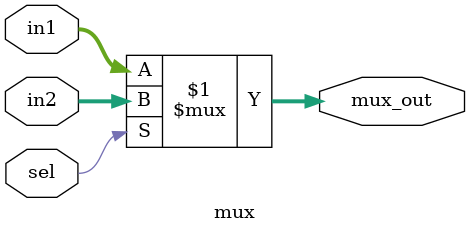
<source format=v>
`timescale 1ns / 1ps


module mux(
input wire [31:0] in1, in2,
input sel,
output wire [31:0] mux_out
    );
    
    assign mux_out = (sel) ? in2 : in1;
endmodule

</source>
